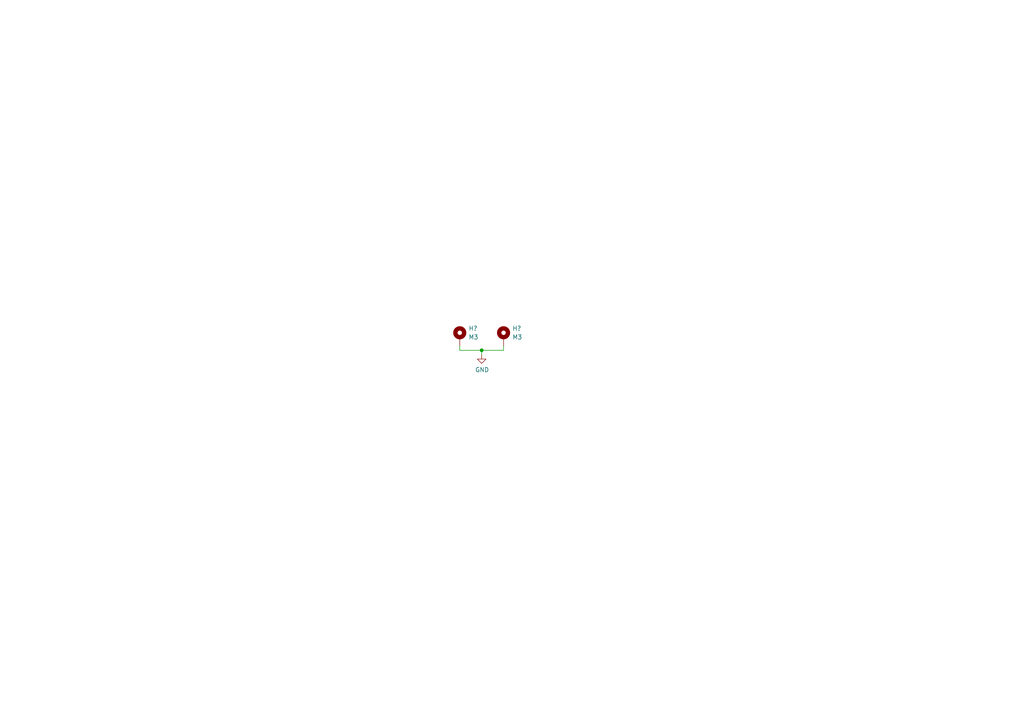
<source format=kicad_sch>
(kicad_sch (version 20230121) (generator eeschema)
  (paper "A4")
  (title_block (title "Mounting Holes") (date "2023-03-17") (rev "1") (company "Cuprum77"))
  (lib_symbols
    (symbol "Mechanical:MountingHole_Pad" (pin_numbers hide) (pin_names (offset 1.016) hide)
      (property "Reference" "H" (at 0 6.35 0))
      (property "Value" "MountingHole_Pad" (at 0 4.445 0))
      (symbol "MountingHole_Pad_0_1"
        (circle (center 0 1.27) (radius 1.27) (stroke (width 1.27)))
      )
      (symbol "MountingHole_Pad_1_1"
        (pin input line (at 0 -2.54 90) (length 2.54) (name "1") (number "1"))
      )
    )
    (symbol "power:GND" (power) (pin_names (offset 0))
      (property "Value" "GND" (at 0 -3.81 0))
      (symbol "GND_0_1"
        (polyline (pts (xy 0 0) (xy 0 -1.27) (xy 1.27 -1.27) (xy 0 -2.54) (xy -1.27 -1.27) (xy 0 -1.27)))
      )
      (symbol "GND_1_1"
        (pin power_in line (at 0 0 270) (length 0) hide (name "GND") (number "1"))
      )
    )
  )
  (junction (at 139.7 101.6))
  (wire (pts (xy 139.7 101.6) (xy 133.35 101.6)))
  (wire (pts (xy 146.05 101.6) (xy 139.7 101.6)))
  (wire (pts (xy 146.05 100.33) (xy 146.05 101.6)))
  (wire (pts (xy 133.35 101.6) (xy 133.35 100.33)))
  (wire (pts (xy 139.7 102.87) (xy 139.7 101.6)))
  (symbol (lib_id "Mechanical:MountingHole_Pad") (at 133.35 97.79 0) (unit 1)
    (property "Reference" "H?" (at 135.89 95.2499 0) (effects (justify left)))
    (property "Value" "M3" (at 135.89 97.7899 0) (effects (justify left)))
    (property "Footprint" "MountingHole:MountingHole_3.2mm_M3_DIN965_Pad_TopBottom" (effects hide))
    (instances (project "USB-PD" (path "" (reference "H?") (unit 1)) (path "" (reference "H1") (unit 1))))
  )
  (symbol (lib_id "power:GND") (at 139.7 102.87 0) (unit 1)
    (property "Reference" "#PWR?" (effects hide))
    (property "Value" "GND" (at 139.827 107.2642 0))
    (instances (project "USB-PD" (path "" (reference "#PWR?") (unit 1)) (path "" (reference "#PWR015") (unit 1))))
  )
  (symbol (lib_id "Mechanical:MountingHole_Pad") (at 146.05 97.79 0) (unit 1)
    (property "Reference" "H?" (at 148.59 95.2499 0) (effects (justify left)))
    (property "Value" "M3" (at 148.59 97.7899 0) (effects (justify left)))
    (property "Footprint" "MountingHole:MountingHole_3.2mm_M3_DIN965_Pad_TopBottom" (effects hide))
    (instances (project "USB-PD" (path "" (reference "H?") (unit 1)) (path "" (reference "H2") (unit 1))))
  )
)
</source>
